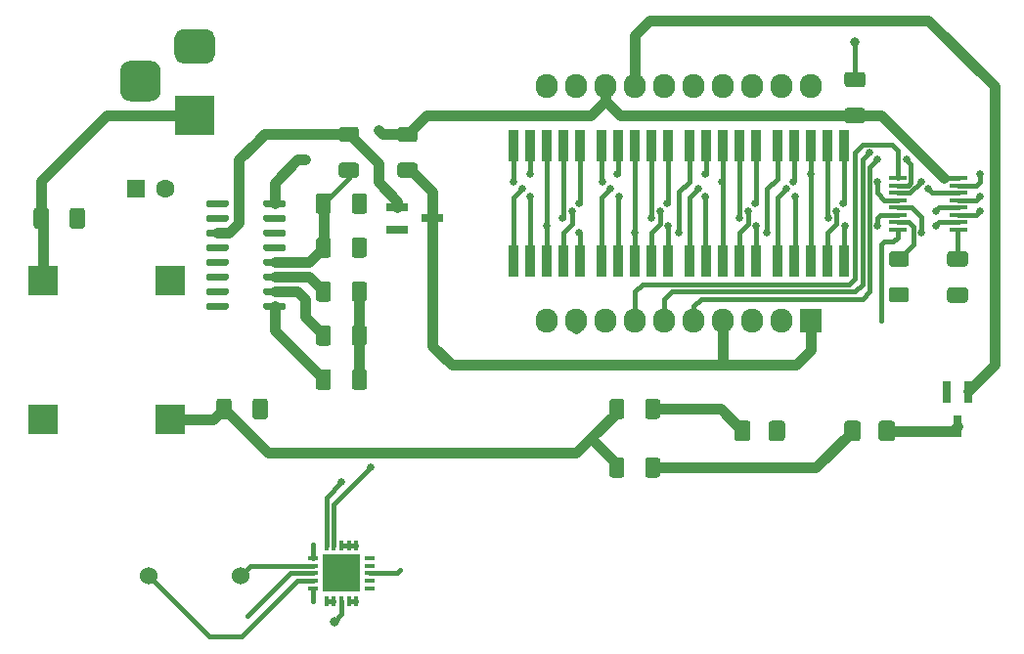
<source format=gbr>
%TF.GenerationSoftware,KiCad,Pcbnew,5.1.8+dfsg1-1+b1*%
%TF.CreationDate,2021-07-06T16:13:43-05:00*%
%TF.ProjectId,mqtt-thermocouple,6d717474-2d74-4686-9572-6d6f636f7570,A*%
%TF.SameCoordinates,Original*%
%TF.FileFunction,Copper,L1,Top*%
%TF.FilePolarity,Positive*%
%FSLAX46Y46*%
G04 Gerber Fmt 4.6, Leading zero omitted, Abs format (unit mm)*
G04 Created by KiCad (PCBNEW 5.1.8+dfsg1-1+b1) date 2021-07-06 16:13:43*
%MOMM*%
%LPD*%
G01*
G04 APERTURE LIST*
%TA.AperFunction,SMDPad,CuDef*%
%ADD10R,2.500000X2.500000*%
%TD*%
%TA.AperFunction,SMDPad,CuDef*%
%ADD11R,1.600000X0.410000*%
%TD*%
%TA.AperFunction,SMDPad,CuDef*%
%ADD12R,0.900000X2.800000*%
%TD*%
%TA.AperFunction,ComponentPad*%
%ADD13O,1.900000X2.100000*%
%TD*%
%TA.AperFunction,ComponentPad*%
%ADD14R,1.900000X2.100000*%
%TD*%
%TA.AperFunction,ComponentPad*%
%ADD15C,1.524000*%
%TD*%
%TA.AperFunction,ComponentPad*%
%ADD16C,0.500000*%
%TD*%
%TA.AperFunction,SMDPad,CuDef*%
%ADD17R,3.250000X3.250000*%
%TD*%
%TA.AperFunction,SMDPad,CuDef*%
%ADD18R,0.810000X0.320000*%
%TD*%
%TA.AperFunction,SMDPad,CuDef*%
%ADD19R,0.320000X0.810000*%
%TD*%
%TA.AperFunction,SMDPad,CuDef*%
%ADD20R,1.900000X0.800000*%
%TD*%
%TA.AperFunction,SMDPad,CuDef*%
%ADD21R,0.800000X1.900000*%
%TD*%
%TA.AperFunction,ComponentPad*%
%ADD22C,1.600000*%
%TD*%
%TA.AperFunction,ComponentPad*%
%ADD23R,1.600000X1.600000*%
%TD*%
%TA.AperFunction,ComponentPad*%
%ADD24R,3.500000X3.500000*%
%TD*%
%TA.AperFunction,ViaPad*%
%ADD25C,0.800000*%
%TD*%
%TA.AperFunction,ViaPad*%
%ADD26C,0.635000*%
%TD*%
%TA.AperFunction,Conductor*%
%ADD27C,0.889000*%
%TD*%
%TA.AperFunction,Conductor*%
%ADD28C,0.381000*%
%TD*%
G04 APERTURE END LIST*
D10*
%TO.P,PS1,4*%
%TO.N,N/C*%
X50380000Y-79660000D03*
%TO.P,PS1,3*%
%TO.N,+5V*%
X61380000Y-79660000D03*
%TO.P,PS1,2*%
%TO.N,GND*%
X61380000Y-67660000D03*
%TO.P,PS1,1*%
%TO.N,Net-(C1-Pad1)*%
X50380000Y-67660000D03*
%TD*%
D11*
%TO.P,U3,16*%
%TO.N,+3V3*%
X129654300Y-58737500D03*
%TO.P,U3,15*%
%TO.N,/display/~CS~*%
X129654300Y-59372500D03*
%TO.P,U3,14*%
%TO.N,/display/SEG4*%
X129654300Y-60007500D03*
%TO.P,U3,13*%
%TO.N,/display/SEG5*%
X129654300Y-60642500D03*
%TO.P,U3,12*%
%TO.N,/display/SEG6*%
X129654300Y-61277500D03*
%TO.P,U3,11*%
%TO.N,/display/SEG7*%
X129654300Y-61912500D03*
%TO.P,U3,10*%
%TO.N,/display/SEG8*%
X129654300Y-62547500D03*
%TO.P,U3,9*%
%TO.N,Net-(C7-Pad1)*%
X129654300Y-63182500D03*
%TO.P,U3,8*%
%TO.N,GND*%
X124345700Y-63182500D03*
%TO.P,U3,7*%
%TO.N,Net-(R3-Pad1)*%
X124345700Y-62547500D03*
%TO.P,U3,6*%
%TO.N,/display/SEG0*%
X124345700Y-61912500D03*
%TO.P,U3,5*%
%TO.N,/display/SEG1*%
X124345700Y-61277500D03*
%TO.P,U3,4*%
%TO.N,/display/SEG2*%
X124345700Y-60642500D03*
%TO.P,U3,3*%
%TO.N,/display/SEG3*%
X124345700Y-60007500D03*
%TO.P,U3,2*%
%TO.N,SCK*%
X124345700Y-59372500D03*
%TO.P,U3,1*%
%TO.N,MOSI*%
X124345700Y-58737500D03*
%TD*%
%TO.P,R3,2*%
%TO.N,GND*%
%TA.AperFunction,SMDPad,CuDef*%
G36*
G01*
X123835000Y-68210000D02*
X125085000Y-68210000D01*
G75*
G02*
X125335000Y-68460000I0J-250000D01*
G01*
X125335000Y-69260000D01*
G75*
G02*
X125085000Y-69510000I-250000J0D01*
G01*
X123835000Y-69510000D01*
G75*
G02*
X123585000Y-69260000I0J250000D01*
G01*
X123585000Y-68460000D01*
G75*
G02*
X123835000Y-68210000I250000J0D01*
G01*
G37*
%TD.AperFunction*%
%TO.P,R3,1*%
%TO.N,Net-(R3-Pad1)*%
%TA.AperFunction,SMDPad,CuDef*%
G36*
G01*
X123835000Y-65110000D02*
X125085000Y-65110000D01*
G75*
G02*
X125335000Y-65360000I0J-250000D01*
G01*
X125335000Y-66160000D01*
G75*
G02*
X125085000Y-66410000I-250000J0D01*
G01*
X123835000Y-66410000D01*
G75*
G02*
X123585000Y-66160000I0J250000D01*
G01*
X123585000Y-65360000D01*
G75*
G02*
X123835000Y-65110000I250000J0D01*
G01*
G37*
%TD.AperFunction*%
%TD*%
D12*
%TO.P,D6,10*%
%TO.N,/display/SEG1*%
X113960000Y-55960000D03*
%TO.P,D6,9*%
%TO.N,/display/SEG2*%
X115400000Y-55960000D03*
%TO.P,D6,8*%
%TO.N,/display/SEG3*%
X116840000Y-55960000D03*
%TO.P,D6,7*%
%TO.N,/display/SEG8*%
X118280000Y-55960000D03*
%TO.P,D6,6*%
%TO.N,/display/SEG7*%
X119720000Y-55960000D03*
%TO.P,D6,5*%
%TO.N,/display/SEG0*%
X119720000Y-65960000D03*
%TO.P,D6,4*%
%TO.N,/display/SEG6*%
X118280000Y-65960000D03*
%TO.P,D6,3*%
%TO.N,/display/SEG3*%
X116840000Y-65960000D03*
%TO.P,D6,2*%
%TO.N,/display/SEG5*%
X115400000Y-65960000D03*
%TO.P,D6,1*%
%TO.N,/display/SEG4*%
X113960000Y-65960000D03*
%TD*%
%TO.P,D5,10*%
%TO.N,/display/SEG1*%
X106340000Y-55960000D03*
%TO.P,D5,9*%
%TO.N,/display/SEG3*%
X107780000Y-55960000D03*
%TO.P,D5,8*%
%TO.N,/display/SEG2*%
X109220000Y-55960000D03*
%TO.P,D5,7*%
%TO.N,/display/SEG8*%
X110660000Y-55960000D03*
%TO.P,D5,6*%
%TO.N,/display/SEG7*%
X112100000Y-55960000D03*
%TO.P,D5,5*%
%TO.N,/display/SEG0*%
X112100000Y-65960000D03*
%TO.P,D5,4*%
%TO.N,/display/SEG6*%
X110660000Y-65960000D03*
%TO.P,D5,3*%
%TO.N,/display/SEG2*%
X109220000Y-65960000D03*
%TO.P,D5,2*%
%TO.N,/display/SEG5*%
X107780000Y-65960000D03*
%TO.P,D5,1*%
%TO.N,/display/SEG4*%
X106340000Y-65960000D03*
%TD*%
%TO.P,D4,10*%
%TO.N,/display/SEG2*%
X98720000Y-55960000D03*
%TO.P,D4,9*%
%TO.N,/display/SEG3*%
X100160000Y-55960000D03*
%TO.P,D4,8*%
%TO.N,/display/SEG1*%
X101600000Y-55960000D03*
%TO.P,D4,7*%
%TO.N,/display/SEG8*%
X103040000Y-55960000D03*
%TO.P,D4,6*%
%TO.N,/display/SEG7*%
X104480000Y-55960000D03*
%TO.P,D4,5*%
%TO.N,/display/SEG0*%
X104480000Y-65960000D03*
%TO.P,D4,4*%
%TO.N,/display/SEG6*%
X103040000Y-65960000D03*
%TO.P,D4,3*%
%TO.N,/display/SEG1*%
X101600000Y-65960000D03*
%TO.P,D4,2*%
%TO.N,/display/SEG5*%
X100160000Y-65960000D03*
%TO.P,D4,1*%
%TO.N,/display/SEG4*%
X98720000Y-65960000D03*
%TD*%
%TO.P,D3,10*%
%TO.N,/display/SEG2*%
X91100000Y-55960000D03*
%TO.P,D3,9*%
%TO.N,/display/SEG3*%
X92540000Y-55960000D03*
%TO.P,D3,8*%
%TO.N,/display/SEG0*%
X93980000Y-55960000D03*
%TO.P,D3,7*%
%TO.N,/display/SEG8*%
X95420000Y-55960000D03*
%TO.P,D3,6*%
%TO.N,/display/SEG7*%
X96860000Y-55960000D03*
%TO.P,D3,5*%
%TO.N,/display/SEG1*%
X96860000Y-65960000D03*
%TO.P,D3,4*%
%TO.N,/display/SEG6*%
X95420000Y-65960000D03*
%TO.P,D3,3*%
%TO.N,/display/SEG0*%
X93980000Y-65960000D03*
%TO.P,D3,2*%
%TO.N,/display/SEG5*%
X92540000Y-65960000D03*
%TO.P,D3,1*%
%TO.N,/display/SEG4*%
X91100000Y-65960000D03*
%TD*%
%TO.P,C7,2*%
%TO.N,GND*%
%TA.AperFunction,SMDPad,CuDef*%
G36*
G01*
X128889999Y-68210000D02*
X130190001Y-68210000D01*
G75*
G02*
X130440000Y-68459999I0J-249999D01*
G01*
X130440000Y-69285001D01*
G75*
G02*
X130190001Y-69535000I-249999J0D01*
G01*
X128889999Y-69535000D01*
G75*
G02*
X128640000Y-69285001I0J249999D01*
G01*
X128640000Y-68459999D01*
G75*
G02*
X128889999Y-68210000I249999J0D01*
G01*
G37*
%TD.AperFunction*%
%TO.P,C7,1*%
%TO.N,Net-(C7-Pad1)*%
%TA.AperFunction,SMDPad,CuDef*%
G36*
G01*
X128889999Y-65085000D02*
X130190001Y-65085000D01*
G75*
G02*
X130440000Y-65334999I0J-249999D01*
G01*
X130440000Y-66160001D01*
G75*
G02*
X130190001Y-66410000I-249999J0D01*
G01*
X128889999Y-66410000D01*
G75*
G02*
X128640000Y-66160001I0J249999D01*
G01*
X128640000Y-65334999D01*
G75*
G02*
X128889999Y-65085000I249999J0D01*
G01*
G37*
%TD.AperFunction*%
%TD*%
%TO.P,C6,2*%
%TO.N,GND*%
%TA.AperFunction,SMDPad,CuDef*%
G36*
G01*
X121300001Y-50877500D02*
X119999999Y-50877500D01*
G75*
G02*
X119750000Y-50627501I0J249999D01*
G01*
X119750000Y-49802499D01*
G75*
G02*
X119999999Y-49552500I249999J0D01*
G01*
X121300001Y-49552500D01*
G75*
G02*
X121550000Y-49802499I0J-249999D01*
G01*
X121550000Y-50627501D01*
G75*
G02*
X121300001Y-50877500I-249999J0D01*
G01*
G37*
%TD.AperFunction*%
%TO.P,C6,1*%
%TO.N,+3V3*%
%TA.AperFunction,SMDPad,CuDef*%
G36*
G01*
X121300001Y-54002500D02*
X119999999Y-54002500D01*
G75*
G02*
X119750000Y-53752501I0J249999D01*
G01*
X119750000Y-52927499D01*
G75*
G02*
X119999999Y-52677500I249999J0D01*
G01*
X121300001Y-52677500D01*
G75*
G02*
X121550000Y-52927499I0J-249999D01*
G01*
X121550000Y-53752501D01*
G75*
G02*
X121300001Y-54002500I-249999J0D01*
G01*
G37*
%TD.AperFunction*%
%TD*%
D13*
%TO.P,A1,11*%
%TO.N,GND*%
X93980000Y-50800000D03*
%TO.P,A1,10*%
X93980000Y-71120000D03*
%TO.P,A1,12*%
%TO.N,N/C*%
X96520000Y-50800000D03*
%TO.P,A1,9*%
X96520000Y-71120000D03*
%TO.P,A1,13*%
%TO.N,+3V3*%
X99060000Y-50800000D03*
%TO.P,A1,8*%
%TO.N,+5V*%
X99060000Y-71120000D03*
%TO.P,A1,14*%
%TO.N,Net-(A1-Pad14)*%
X101600000Y-50800000D03*
%TO.P,A1,7*%
%TO.N,MOSI*%
X101600000Y-71120000D03*
%TO.P,A1,15*%
%TO.N,N/C*%
X104140000Y-50800000D03*
%TO.P,A1,6*%
%TO.N,/display/~CS~*%
X104140000Y-71120000D03*
%TO.P,A1,16*%
%TO.N,N/C*%
X106680000Y-50800000D03*
%TO.P,A1,5*%
%TO.N,SCK*%
X106680000Y-71120000D03*
%TO.P,A1,17*%
%TO.N,SDA*%
X109220000Y-50800000D03*
%TO.P,A1,4*%
%TO.N,Net-(A1-Pad1)*%
X109220000Y-71120000D03*
%TO.P,A1,18*%
%TO.N,SCL*%
X111760000Y-50800000D03*
%TO.P,A1,3*%
%TO.N,N/C*%
X111760000Y-71120000D03*
%TO.P,A1,19*%
X114300000Y-50800000D03*
%TO.P,A1,2*%
X114300000Y-71120000D03*
%TO.P,A1,20*%
X116840000Y-50800000D03*
D14*
%TO.P,A1,1*%
%TO.N,Net-(A1-Pad1)*%
X116840000Y-71120000D03*
%TD*%
D15*
%TO.P,TC1,2*%
%TO.N,Net-(TC1-Pad2)*%
X59550300Y-93218000D03*
%TO.P,TC1,1*%
%TO.N,Net-(TC1-Pad1)*%
X67449700Y-93218000D03*
%TD*%
D16*
%TO.P,U1,30*%
%TO.N,Net-(U1-Pad21)*%
X77200000Y-93980000D03*
%TO.P,U1,29*%
X76200000Y-93980000D03*
%TO.P,U1,28*%
X75200000Y-93980000D03*
%TO.P,U1,27*%
X77200000Y-92980000D03*
%TO.P,U1,26*%
X76200000Y-92980000D03*
%TO.P,U1,24*%
X77200000Y-91980000D03*
%TO.P,U1,23*%
X76200000Y-91980000D03*
%TO.P,U1,22*%
X75200000Y-91980000D03*
%TO.P,U1,25*%
X75200000Y-92980000D03*
D17*
%TO.P,U1,21*%
X76200000Y-92980000D03*
D18*
%TO.P,U1,15*%
%TO.N,N/C*%
X78650000Y-91680000D03*
%TO.P,U1,14*%
X78650000Y-92330000D03*
%TO.P,U1,13*%
%TO.N,GND*%
X78650000Y-92980000D03*
%TO.P,U1,12*%
%TO.N,N/C*%
X78650000Y-93630000D03*
%TO.P,U1,11*%
X78650000Y-94280000D03*
%TO.P,U1,5*%
%TO.N,GND*%
X73750000Y-94280000D03*
%TO.P,U1,4*%
%TO.N,Net-(TC1-Pad2)*%
X73750000Y-93630000D03*
%TO.P,U1,3*%
%TO.N,GND*%
X73750000Y-92980000D03*
%TO.P,U1,2*%
%TO.N,Net-(TC1-Pad1)*%
X73750000Y-92330000D03*
%TO.P,U1,1*%
%TO.N,GND*%
X73750000Y-91680000D03*
D19*
%TO.P,U1,20*%
%TO.N,SDA*%
X74900000Y-90530000D03*
%TO.P,U1,19*%
%TO.N,SCL*%
X75550000Y-90530000D03*
%TO.P,U1,18*%
%TO.N,GND*%
X76200000Y-90530000D03*
%TO.P,U1,17*%
X76850000Y-90530000D03*
%TO.P,U1,16*%
X77500000Y-90530000D03*
%TO.P,U1,10*%
X77500000Y-95430000D03*
%TO.P,U1,9*%
X76850000Y-95430000D03*
%TO.P,U1,8*%
%TO.N,+3V3*%
X76200000Y-95430000D03*
%TO.P,U1,7*%
%TO.N,GND*%
X75550000Y-95430000D03*
%TO.P,U1,6*%
X74900000Y-95430000D03*
%TD*%
D20*
%TO.P,Q2,3*%
%TO.N,Net-(A1-Pad1)*%
X84050000Y-62230000D03*
%TO.P,Q2,2*%
%TO.N,GND*%
X81050000Y-63180000D03*
%TO.P,Q2,1*%
%TO.N,Net-(Q2-Pad1)*%
X81050000Y-61280000D03*
%TD*%
D21*
%TO.P,Q1,3*%
%TO.N,Net-(D2-Pad1)*%
X129540000Y-80240000D03*
%TO.P,Q1,2*%
%TO.N,GND*%
X128590000Y-77240000D03*
%TO.P,Q1,1*%
%TO.N,Net-(A1-Pad14)*%
X130490000Y-77240000D03*
%TD*%
%TO.P,R9,2*%
%TO.N,GND*%
%TA.AperFunction,SMDPad,CuDef*%
G36*
G01*
X77100000Y-65395001D02*
X77100000Y-64144999D01*
G75*
G02*
X77349999Y-63895000I249999J0D01*
G01*
X78150001Y-63895000D01*
G75*
G02*
X78400000Y-64144999I0J-249999D01*
G01*
X78400000Y-65395001D01*
G75*
G02*
X78150001Y-65645000I-249999J0D01*
G01*
X77349999Y-65645000D01*
G75*
G02*
X77100000Y-65395001I0J249999D01*
G01*
G37*
%TD.AperFunction*%
%TO.P,R9,1*%
%TO.N,Net-(C5-Pad1)*%
%TA.AperFunction,SMDPad,CuDef*%
G36*
G01*
X74000000Y-65395001D02*
X74000000Y-64144999D01*
G75*
G02*
X74249999Y-63895000I249999J0D01*
G01*
X75050001Y-63895000D01*
G75*
G02*
X75300000Y-64144999I0J-249999D01*
G01*
X75300000Y-65395001D01*
G75*
G02*
X75050001Y-65645000I-249999J0D01*
G01*
X74249999Y-65645000D01*
G75*
G02*
X74000000Y-65395001I0J249999D01*
G01*
G37*
%TD.AperFunction*%
%TD*%
%TO.P,R8,2*%
%TO.N,Net-(C5-Pad1)*%
%TA.AperFunction,SMDPad,CuDef*%
G36*
G01*
X76209999Y-57415000D02*
X77460001Y-57415000D01*
G75*
G02*
X77710000Y-57664999I0J-249999D01*
G01*
X77710000Y-58465001D01*
G75*
G02*
X77460001Y-58715000I-249999J0D01*
G01*
X76209999Y-58715000D01*
G75*
G02*
X75960000Y-58465001I0J249999D01*
G01*
X75960000Y-57664999D01*
G75*
G02*
X76209999Y-57415000I249999J0D01*
G01*
G37*
%TD.AperFunction*%
%TO.P,R8,1*%
%TO.N,Net-(Q2-Pad1)*%
%TA.AperFunction,SMDPad,CuDef*%
G36*
G01*
X76209999Y-54315000D02*
X77460001Y-54315000D01*
G75*
G02*
X77710000Y-54564999I0J-249999D01*
G01*
X77710000Y-55365001D01*
G75*
G02*
X77460001Y-55615000I-249999J0D01*
G01*
X76209999Y-55615000D01*
G75*
G02*
X75960000Y-55365001I0J249999D01*
G01*
X75960000Y-54564999D01*
G75*
G02*
X76209999Y-54315000I249999J0D01*
G01*
G37*
%TD.AperFunction*%
%TD*%
%TO.P,R7,2*%
%TO.N,Net-(A1-Pad1)*%
%TA.AperFunction,SMDPad,CuDef*%
G36*
G01*
X81289999Y-57415000D02*
X82540001Y-57415000D01*
G75*
G02*
X82790000Y-57664999I0J-249999D01*
G01*
X82790000Y-58465001D01*
G75*
G02*
X82540001Y-58715000I-249999J0D01*
G01*
X81289999Y-58715000D01*
G75*
G02*
X81040000Y-58465001I0J249999D01*
G01*
X81040000Y-57664999D01*
G75*
G02*
X81289999Y-57415000I249999J0D01*
G01*
G37*
%TD.AperFunction*%
%TO.P,R7,1*%
%TO.N,+3V3*%
%TA.AperFunction,SMDPad,CuDef*%
G36*
G01*
X81289999Y-54315000D02*
X82540001Y-54315000D01*
G75*
G02*
X82790000Y-54564999I0J-249999D01*
G01*
X82790000Y-55365001D01*
G75*
G02*
X82540001Y-55615000I-249999J0D01*
G01*
X81289999Y-55615000D01*
G75*
G02*
X81040000Y-55365001I0J249999D01*
G01*
X81040000Y-54564999D01*
G75*
G02*
X81289999Y-54315000I249999J0D01*
G01*
G37*
%TD.AperFunction*%
%TD*%
%TO.P,R6,2*%
%TO.N,Net-(R6-Pad2)*%
%TA.AperFunction,SMDPad,CuDef*%
G36*
G01*
X75300000Y-67954999D02*
X75300000Y-69205001D01*
G75*
G02*
X75050001Y-69455000I-249999J0D01*
G01*
X74249999Y-69455000D01*
G75*
G02*
X74000000Y-69205001I0J249999D01*
G01*
X74000000Y-67954999D01*
G75*
G02*
X74249999Y-67705000I249999J0D01*
G01*
X75050001Y-67705000D01*
G75*
G02*
X75300000Y-67954999I0J-249999D01*
G01*
G37*
%TD.AperFunction*%
%TO.P,R6,1*%
%TO.N,Net-(C4-Pad2)*%
%TA.AperFunction,SMDPad,CuDef*%
G36*
G01*
X78400000Y-67954999D02*
X78400000Y-69205001D01*
G75*
G02*
X78150001Y-69455000I-249999J0D01*
G01*
X77349999Y-69455000D01*
G75*
G02*
X77100000Y-69205001I0J249999D01*
G01*
X77100000Y-67954999D01*
G75*
G02*
X77349999Y-67705000I249999J0D01*
G01*
X78150001Y-67705000D01*
G75*
G02*
X78400000Y-67954999I0J-249999D01*
G01*
G37*
%TD.AperFunction*%
%TD*%
%TO.P,R5,2*%
%TO.N,Net-(R5-Pad2)*%
%TA.AperFunction,SMDPad,CuDef*%
G36*
G01*
X75300000Y-71764999D02*
X75300000Y-73015001D01*
G75*
G02*
X75050001Y-73265000I-249999J0D01*
G01*
X74249999Y-73265000D01*
G75*
G02*
X74000000Y-73015001I0J249999D01*
G01*
X74000000Y-71764999D01*
G75*
G02*
X74249999Y-71515000I249999J0D01*
G01*
X75050001Y-71515000D01*
G75*
G02*
X75300000Y-71764999I0J-249999D01*
G01*
G37*
%TD.AperFunction*%
%TO.P,R5,1*%
%TO.N,Net-(C4-Pad2)*%
%TA.AperFunction,SMDPad,CuDef*%
G36*
G01*
X78400000Y-71764999D02*
X78400000Y-73015001D01*
G75*
G02*
X78150001Y-73265000I-249999J0D01*
G01*
X77349999Y-73265000D01*
G75*
G02*
X77100000Y-73015001I0J249999D01*
G01*
X77100000Y-71764999D01*
G75*
G02*
X77349999Y-71515000I249999J0D01*
G01*
X78150001Y-71515000D01*
G75*
G02*
X78400000Y-71764999I0J-249999D01*
G01*
G37*
%TD.AperFunction*%
%TD*%
%TO.P,C5,2*%
%TO.N,GND*%
%TA.AperFunction,SMDPad,CuDef*%
G36*
G01*
X77100000Y-61610002D02*
X77100000Y-60309998D01*
G75*
G02*
X77349998Y-60060000I249998J0D01*
G01*
X78175002Y-60060000D01*
G75*
G02*
X78425000Y-60309998I0J-249998D01*
G01*
X78425000Y-61610002D01*
G75*
G02*
X78175002Y-61860000I-249998J0D01*
G01*
X77349998Y-61860000D01*
G75*
G02*
X77100000Y-61610002I0J249998D01*
G01*
G37*
%TD.AperFunction*%
%TO.P,C5,1*%
%TO.N,Net-(C5-Pad1)*%
%TA.AperFunction,SMDPad,CuDef*%
G36*
G01*
X73975000Y-61610002D02*
X73975000Y-60309998D01*
G75*
G02*
X74224998Y-60060000I249998J0D01*
G01*
X75050002Y-60060000D01*
G75*
G02*
X75300000Y-60309998I0J-249998D01*
G01*
X75300000Y-61610002D01*
G75*
G02*
X75050002Y-61860000I-249998J0D01*
G01*
X74224998Y-61860000D01*
G75*
G02*
X73975000Y-61610002I0J249998D01*
G01*
G37*
%TD.AperFunction*%
%TD*%
%TO.P,C4,2*%
%TO.N,Net-(C4-Pad2)*%
%TA.AperFunction,SMDPad,CuDef*%
G36*
G01*
X77100000Y-76850002D02*
X77100000Y-75549998D01*
G75*
G02*
X77349998Y-75300000I249998J0D01*
G01*
X78175002Y-75300000D01*
G75*
G02*
X78425000Y-75549998I0J-249998D01*
G01*
X78425000Y-76850002D01*
G75*
G02*
X78175002Y-77100000I-249998J0D01*
G01*
X77349998Y-77100000D01*
G75*
G02*
X77100000Y-76850002I0J249998D01*
G01*
G37*
%TD.AperFunction*%
%TO.P,C4,1*%
%TO.N,Net-(C4-Pad1)*%
%TA.AperFunction,SMDPad,CuDef*%
G36*
G01*
X73975000Y-76850002D02*
X73975000Y-75549998D01*
G75*
G02*
X74224998Y-75300000I249998J0D01*
G01*
X75050002Y-75300000D01*
G75*
G02*
X75300000Y-75549998I0J-249998D01*
G01*
X75300000Y-76850002D01*
G75*
G02*
X75050002Y-77100000I-249998J0D01*
G01*
X74224998Y-77100000D01*
G75*
G02*
X73975000Y-76850002I0J249998D01*
G01*
G37*
%TD.AperFunction*%
%TD*%
%TO.P,U2,16*%
%TO.N,+3V3*%
%TA.AperFunction,SMDPad,CuDef*%
G36*
G01*
X69445000Y-61110000D02*
X69445000Y-60810000D01*
G75*
G02*
X69595000Y-60660000I150000J0D01*
G01*
X71245000Y-60660000D01*
G75*
G02*
X71395000Y-60810000I0J-150000D01*
G01*
X71395000Y-61110000D01*
G75*
G02*
X71245000Y-61260000I-150000J0D01*
G01*
X69595000Y-61260000D01*
G75*
G02*
X69445000Y-61110000I0J150000D01*
G01*
G37*
%TD.AperFunction*%
%TO.P,U2,15*%
%TO.N,N/C*%
%TA.AperFunction,SMDPad,CuDef*%
G36*
G01*
X69445000Y-62380000D02*
X69445000Y-62080000D01*
G75*
G02*
X69595000Y-61930000I150000J0D01*
G01*
X71245000Y-61930000D01*
G75*
G02*
X71395000Y-62080000I0J-150000D01*
G01*
X71395000Y-62380000D01*
G75*
G02*
X71245000Y-62530000I-150000J0D01*
G01*
X69595000Y-62530000D01*
G75*
G02*
X69445000Y-62380000I0J150000D01*
G01*
G37*
%TD.AperFunction*%
%TO.P,U2,14*%
%TA.AperFunction,SMDPad,CuDef*%
G36*
G01*
X69445000Y-63650000D02*
X69445000Y-63350000D01*
G75*
G02*
X69595000Y-63200000I150000J0D01*
G01*
X71245000Y-63200000D01*
G75*
G02*
X71395000Y-63350000I0J-150000D01*
G01*
X71395000Y-63650000D01*
G75*
G02*
X71245000Y-63800000I-150000J0D01*
G01*
X69595000Y-63800000D01*
G75*
G02*
X69445000Y-63650000I0J150000D01*
G01*
G37*
%TD.AperFunction*%
%TO.P,U2,13*%
%TA.AperFunction,SMDPad,CuDef*%
G36*
G01*
X69445000Y-64920000D02*
X69445000Y-64620000D01*
G75*
G02*
X69595000Y-64470000I150000J0D01*
G01*
X71245000Y-64470000D01*
G75*
G02*
X71395000Y-64620000I0J-150000D01*
G01*
X71395000Y-64920000D01*
G75*
G02*
X71245000Y-65070000I-150000J0D01*
G01*
X69595000Y-65070000D01*
G75*
G02*
X69445000Y-64920000I0J150000D01*
G01*
G37*
%TD.AperFunction*%
%TO.P,U2,12*%
%TO.N,Net-(C5-Pad1)*%
%TA.AperFunction,SMDPad,CuDef*%
G36*
G01*
X69445000Y-66190000D02*
X69445000Y-65890000D01*
G75*
G02*
X69595000Y-65740000I150000J0D01*
G01*
X71245000Y-65740000D01*
G75*
G02*
X71395000Y-65890000I0J-150000D01*
G01*
X71395000Y-66190000D01*
G75*
G02*
X71245000Y-66340000I-150000J0D01*
G01*
X69595000Y-66340000D01*
G75*
G02*
X69445000Y-66190000I0J150000D01*
G01*
G37*
%TD.AperFunction*%
%TO.P,U2,11*%
%TO.N,Net-(R6-Pad2)*%
%TA.AperFunction,SMDPad,CuDef*%
G36*
G01*
X69445000Y-67460000D02*
X69445000Y-67160000D01*
G75*
G02*
X69595000Y-67010000I150000J0D01*
G01*
X71245000Y-67010000D01*
G75*
G02*
X71395000Y-67160000I0J-150000D01*
G01*
X71395000Y-67460000D01*
G75*
G02*
X71245000Y-67610000I-150000J0D01*
G01*
X69595000Y-67610000D01*
G75*
G02*
X69445000Y-67460000I0J150000D01*
G01*
G37*
%TD.AperFunction*%
%TO.P,U2,10*%
%TO.N,Net-(R5-Pad2)*%
%TA.AperFunction,SMDPad,CuDef*%
G36*
G01*
X69445000Y-68730000D02*
X69445000Y-68430000D01*
G75*
G02*
X69595000Y-68280000I150000J0D01*
G01*
X71245000Y-68280000D01*
G75*
G02*
X71395000Y-68430000I0J-150000D01*
G01*
X71395000Y-68730000D01*
G75*
G02*
X71245000Y-68880000I-150000J0D01*
G01*
X69595000Y-68880000D01*
G75*
G02*
X69445000Y-68730000I0J150000D01*
G01*
G37*
%TD.AperFunction*%
%TO.P,U2,9*%
%TO.N,Net-(C4-Pad1)*%
%TA.AperFunction,SMDPad,CuDef*%
G36*
G01*
X69445000Y-70000000D02*
X69445000Y-69700000D01*
G75*
G02*
X69595000Y-69550000I150000J0D01*
G01*
X71245000Y-69550000D01*
G75*
G02*
X71395000Y-69700000I0J-150000D01*
G01*
X71395000Y-70000000D01*
G75*
G02*
X71245000Y-70150000I-150000J0D01*
G01*
X69595000Y-70150000D01*
G75*
G02*
X69445000Y-70000000I0J150000D01*
G01*
G37*
%TD.AperFunction*%
%TO.P,U2,8*%
%TO.N,GND*%
%TA.AperFunction,SMDPad,CuDef*%
G36*
G01*
X64495000Y-70000000D02*
X64495000Y-69700000D01*
G75*
G02*
X64645000Y-69550000I150000J0D01*
G01*
X66295000Y-69550000D01*
G75*
G02*
X66445000Y-69700000I0J-150000D01*
G01*
X66445000Y-70000000D01*
G75*
G02*
X66295000Y-70150000I-150000J0D01*
G01*
X64645000Y-70150000D01*
G75*
G02*
X64495000Y-70000000I0J150000D01*
G01*
G37*
%TD.AperFunction*%
%TO.P,U2,7*%
%TO.N,N/C*%
%TA.AperFunction,SMDPad,CuDef*%
G36*
G01*
X64495000Y-68730000D02*
X64495000Y-68430000D01*
G75*
G02*
X64645000Y-68280000I150000J0D01*
G01*
X66295000Y-68280000D01*
G75*
G02*
X66445000Y-68430000I0J-150000D01*
G01*
X66445000Y-68730000D01*
G75*
G02*
X66295000Y-68880000I-150000J0D01*
G01*
X64645000Y-68880000D01*
G75*
G02*
X64495000Y-68730000I0J150000D01*
G01*
G37*
%TD.AperFunction*%
%TO.P,U2,6*%
%TA.AperFunction,SMDPad,CuDef*%
G36*
G01*
X64495000Y-67460000D02*
X64495000Y-67160000D01*
G75*
G02*
X64645000Y-67010000I150000J0D01*
G01*
X66295000Y-67010000D01*
G75*
G02*
X66445000Y-67160000I0J-150000D01*
G01*
X66445000Y-67460000D01*
G75*
G02*
X66295000Y-67610000I-150000J0D01*
G01*
X64645000Y-67610000D01*
G75*
G02*
X64495000Y-67460000I0J150000D01*
G01*
G37*
%TD.AperFunction*%
%TO.P,U2,5*%
%TA.AperFunction,SMDPad,CuDef*%
G36*
G01*
X64495000Y-66190000D02*
X64495000Y-65890000D01*
G75*
G02*
X64645000Y-65740000I150000J0D01*
G01*
X66295000Y-65740000D01*
G75*
G02*
X66445000Y-65890000I0J-150000D01*
G01*
X66445000Y-66190000D01*
G75*
G02*
X66295000Y-66340000I-150000J0D01*
G01*
X64645000Y-66340000D01*
G75*
G02*
X64495000Y-66190000I0J150000D01*
G01*
G37*
%TD.AperFunction*%
%TO.P,U2,4*%
%TA.AperFunction,SMDPad,CuDef*%
G36*
G01*
X64495000Y-64920000D02*
X64495000Y-64620000D01*
G75*
G02*
X64645000Y-64470000I150000J0D01*
G01*
X66295000Y-64470000D01*
G75*
G02*
X66445000Y-64620000I0J-150000D01*
G01*
X66445000Y-64920000D01*
G75*
G02*
X66295000Y-65070000I-150000J0D01*
G01*
X64645000Y-65070000D01*
G75*
G02*
X64495000Y-64920000I0J150000D01*
G01*
G37*
%TD.AperFunction*%
%TO.P,U2,3*%
%TO.N,Net-(Q2-Pad1)*%
%TA.AperFunction,SMDPad,CuDef*%
G36*
G01*
X64495000Y-63650000D02*
X64495000Y-63350000D01*
G75*
G02*
X64645000Y-63200000I150000J0D01*
G01*
X66295000Y-63200000D01*
G75*
G02*
X66445000Y-63350000I0J-150000D01*
G01*
X66445000Y-63650000D01*
G75*
G02*
X66295000Y-63800000I-150000J0D01*
G01*
X64645000Y-63800000D01*
G75*
G02*
X64495000Y-63650000I0J150000D01*
G01*
G37*
%TD.AperFunction*%
%TO.P,U2,2*%
%TO.N,N/C*%
%TA.AperFunction,SMDPad,CuDef*%
G36*
G01*
X64495000Y-62380000D02*
X64495000Y-62080000D01*
G75*
G02*
X64645000Y-61930000I150000J0D01*
G01*
X66295000Y-61930000D01*
G75*
G02*
X66445000Y-62080000I0J-150000D01*
G01*
X66445000Y-62380000D01*
G75*
G02*
X66295000Y-62530000I-150000J0D01*
G01*
X64645000Y-62530000D01*
G75*
G02*
X64495000Y-62380000I0J150000D01*
G01*
G37*
%TD.AperFunction*%
%TO.P,U2,1*%
%TA.AperFunction,SMDPad,CuDef*%
G36*
G01*
X64495000Y-61110000D02*
X64495000Y-60810000D01*
G75*
G02*
X64645000Y-60660000I150000J0D01*
G01*
X66295000Y-60660000D01*
G75*
G02*
X66445000Y-60810000I0J-150000D01*
G01*
X66445000Y-61110000D01*
G75*
G02*
X66295000Y-61260000I-150000J0D01*
G01*
X64645000Y-61260000D01*
G75*
G02*
X64495000Y-61110000I0J150000D01*
G01*
G37*
%TD.AperFunction*%
%TD*%
D22*
%TO.P,C1,2*%
%TO.N,GND*%
X60920000Y-59690000D03*
D23*
%TO.P,C1,1*%
%TO.N,Net-(C1-Pad1)*%
X58420000Y-59690000D03*
%TD*%
%TO.P,C3,2*%
%TO.N,GND*%
%TA.AperFunction,SMDPad,CuDef*%
G36*
G01*
X68502500Y-79390003D02*
X68502500Y-78089997D01*
G75*
G02*
X68752497Y-77840000I249997J0D01*
G01*
X69577503Y-77840000D01*
G75*
G02*
X69827500Y-78089997I0J-249997D01*
G01*
X69827500Y-79390003D01*
G75*
G02*
X69577503Y-79640000I-249997J0D01*
G01*
X68752497Y-79640000D01*
G75*
G02*
X68502500Y-79390003I0J249997D01*
G01*
G37*
%TD.AperFunction*%
%TO.P,C3,1*%
%TO.N,+5V*%
%TA.AperFunction,SMDPad,CuDef*%
G36*
G01*
X65377500Y-79390003D02*
X65377500Y-78089997D01*
G75*
G02*
X65627497Y-77840000I249997J0D01*
G01*
X66452503Y-77840000D01*
G75*
G02*
X66702500Y-78089997I0J-249997D01*
G01*
X66702500Y-79390003D01*
G75*
G02*
X66452503Y-79640000I-249997J0D01*
G01*
X65627497Y-79640000D01*
G75*
G02*
X65377500Y-79390003I0J249997D01*
G01*
G37*
%TD.AperFunction*%
%TD*%
%TO.P,C2,2*%
%TO.N,GND*%
%TA.AperFunction,SMDPad,CuDef*%
G36*
G01*
X52677500Y-62880003D02*
X52677500Y-61579997D01*
G75*
G02*
X52927497Y-61330000I249997J0D01*
G01*
X53752503Y-61330000D01*
G75*
G02*
X54002500Y-61579997I0J-249997D01*
G01*
X54002500Y-62880003D01*
G75*
G02*
X53752503Y-63130000I-249997J0D01*
G01*
X52927497Y-63130000D01*
G75*
G02*
X52677500Y-62880003I0J249997D01*
G01*
G37*
%TD.AperFunction*%
%TO.P,C2,1*%
%TO.N,Net-(C1-Pad1)*%
%TA.AperFunction,SMDPad,CuDef*%
G36*
G01*
X49552500Y-62880003D02*
X49552500Y-61579997D01*
G75*
G02*
X49802497Y-61330000I249997J0D01*
G01*
X50627503Y-61330000D01*
G75*
G02*
X50877500Y-61579997I0J-249997D01*
G01*
X50877500Y-62880003D01*
G75*
G02*
X50627503Y-63130000I-249997J0D01*
G01*
X49802497Y-63130000D01*
G75*
G02*
X49552500Y-62880003I0J249997D01*
G01*
G37*
%TD.AperFunction*%
%TD*%
%TO.P,R2,2*%
%TO.N,Net-(D2-Pad2)*%
%TA.AperFunction,SMDPad,CuDef*%
G36*
G01*
X102500000Y-84445001D02*
X102500000Y-83194999D01*
G75*
G02*
X102749999Y-82945000I249999J0D01*
G01*
X103550001Y-82945000D01*
G75*
G02*
X103800000Y-83194999I0J-249999D01*
G01*
X103800000Y-84445001D01*
G75*
G02*
X103550001Y-84695000I-249999J0D01*
G01*
X102749999Y-84695000D01*
G75*
G02*
X102500000Y-84445001I0J249999D01*
G01*
G37*
%TD.AperFunction*%
%TO.P,R2,1*%
%TO.N,+5V*%
%TA.AperFunction,SMDPad,CuDef*%
G36*
G01*
X99400000Y-84445001D02*
X99400000Y-83194999D01*
G75*
G02*
X99649999Y-82945000I249999J0D01*
G01*
X100450001Y-82945000D01*
G75*
G02*
X100700000Y-83194999I0J-249999D01*
G01*
X100700000Y-84445001D01*
G75*
G02*
X100450001Y-84695000I-249999J0D01*
G01*
X99649999Y-84695000D01*
G75*
G02*
X99400000Y-84445001I0J249999D01*
G01*
G37*
%TD.AperFunction*%
%TD*%
%TO.P,R1,2*%
%TO.N,Net-(D1-Pad2)*%
%TA.AperFunction,SMDPad,CuDef*%
G36*
G01*
X102500000Y-79365001D02*
X102500000Y-78114999D01*
G75*
G02*
X102749999Y-77865000I249999J0D01*
G01*
X103550001Y-77865000D01*
G75*
G02*
X103800000Y-78114999I0J-249999D01*
G01*
X103800000Y-79365001D01*
G75*
G02*
X103550001Y-79615000I-249999J0D01*
G01*
X102749999Y-79615000D01*
G75*
G02*
X102500000Y-79365001I0J249999D01*
G01*
G37*
%TD.AperFunction*%
%TO.P,R1,1*%
%TO.N,+5V*%
%TA.AperFunction,SMDPad,CuDef*%
G36*
G01*
X99400000Y-79365001D02*
X99400000Y-78114999D01*
G75*
G02*
X99649999Y-77865000I249999J0D01*
G01*
X100450001Y-77865000D01*
G75*
G02*
X100700000Y-78114999I0J-249999D01*
G01*
X100700000Y-79365001D01*
G75*
G02*
X100450001Y-79615000I-249999J0D01*
G01*
X99649999Y-79615000D01*
G75*
G02*
X99400000Y-79365001I0J249999D01*
G01*
G37*
%TD.AperFunction*%
%TD*%
%TO.P,D2,2*%
%TO.N,Net-(D2-Pad2)*%
%TA.AperFunction,SMDPad,CuDef*%
G36*
G01*
X121145000Y-80020000D02*
X121145000Y-81270000D01*
G75*
G02*
X120895000Y-81520000I-250000J0D01*
G01*
X119970000Y-81520000D01*
G75*
G02*
X119720000Y-81270000I0J250000D01*
G01*
X119720000Y-80020000D01*
G75*
G02*
X119970000Y-79770000I250000J0D01*
G01*
X120895000Y-79770000D01*
G75*
G02*
X121145000Y-80020000I0J-250000D01*
G01*
G37*
%TD.AperFunction*%
%TO.P,D2,1*%
%TO.N,Net-(D2-Pad1)*%
%TA.AperFunction,SMDPad,CuDef*%
G36*
G01*
X124120000Y-80020000D02*
X124120000Y-81270000D01*
G75*
G02*
X123870000Y-81520000I-250000J0D01*
G01*
X122945000Y-81520000D01*
G75*
G02*
X122695000Y-81270000I0J250000D01*
G01*
X122695000Y-80020000D01*
G75*
G02*
X122945000Y-79770000I250000J0D01*
G01*
X123870000Y-79770000D01*
G75*
G02*
X124120000Y-80020000I0J-250000D01*
G01*
G37*
%TD.AperFunction*%
%TD*%
%TO.P,D1,2*%
%TO.N,Net-(D1-Pad2)*%
%TA.AperFunction,SMDPad,CuDef*%
G36*
G01*
X111620000Y-80020000D02*
X111620000Y-81270000D01*
G75*
G02*
X111370000Y-81520000I-250000J0D01*
G01*
X110445000Y-81520000D01*
G75*
G02*
X110195000Y-81270000I0J250000D01*
G01*
X110195000Y-80020000D01*
G75*
G02*
X110445000Y-79770000I250000J0D01*
G01*
X111370000Y-79770000D01*
G75*
G02*
X111620000Y-80020000I0J-250000D01*
G01*
G37*
%TD.AperFunction*%
%TO.P,D1,1*%
%TO.N,GND*%
%TA.AperFunction,SMDPad,CuDef*%
G36*
G01*
X114595000Y-80020000D02*
X114595000Y-81270000D01*
G75*
G02*
X114345000Y-81520000I-250000J0D01*
G01*
X113420000Y-81520000D01*
G75*
G02*
X113170000Y-81270000I0J250000D01*
G01*
X113170000Y-80020000D01*
G75*
G02*
X113420000Y-79770000I250000J0D01*
G01*
X114345000Y-79770000D01*
G75*
G02*
X114595000Y-80020000I0J-250000D01*
G01*
G37*
%TD.AperFunction*%
%TD*%
%TO.P,J1,3*%
%TO.N,N/C*%
%TA.AperFunction,ComponentPad*%
G36*
G01*
X57925000Y-48590000D02*
X59675000Y-48590000D01*
G75*
G02*
X60550000Y-49465000I0J-875000D01*
G01*
X60550000Y-51215000D01*
G75*
G02*
X59675000Y-52090000I-875000J0D01*
G01*
X57925000Y-52090000D01*
G75*
G02*
X57050000Y-51215000I0J875000D01*
G01*
X57050000Y-49465000D01*
G75*
G02*
X57925000Y-48590000I875000J0D01*
G01*
G37*
%TD.AperFunction*%
%TO.P,J1,2*%
%TO.N,GND*%
%TA.AperFunction,ComponentPad*%
G36*
G01*
X62500000Y-45840000D02*
X64500000Y-45840000D01*
G75*
G02*
X65250000Y-46590000I0J-750000D01*
G01*
X65250000Y-48090000D01*
G75*
G02*
X64500000Y-48840000I-750000J0D01*
G01*
X62500000Y-48840000D01*
G75*
G02*
X61750000Y-48090000I0J750000D01*
G01*
X61750000Y-46590000D01*
G75*
G02*
X62500000Y-45840000I750000J0D01*
G01*
G37*
%TD.AperFunction*%
D24*
%TO.P,J1,1*%
%TO.N,Net-(C1-Pad1)*%
X63500000Y-53340000D03*
%TD*%
D25*
%TO.N,GND*%
X120650000Y-46990000D03*
%TO.N,+5V*%
X97790000Y-81280000D03*
%TO.N,+3V3*%
X75565000Y-97155000D03*
X73025000Y-57150000D03*
X79375000Y-54610000D03*
D26*
%TO.N,SDA*%
X76200000Y-85090000D03*
%TO.N,SCL*%
X78740000Y-83820000D03*
%TO.N,/display/SEG2*%
X91059000Y-59055000D03*
X115316000Y-59055000D03*
X109093000Y-59055000D03*
X98806000Y-59055000D03*
X122555000Y-59055000D03*
%TO.N,/display/SEG3*%
X92499000Y-58377000D03*
X100076000Y-58420000D03*
X107696000Y-58420000D03*
X116840000Y-58420000D03*
X126365000Y-59055000D03*
%TO.N,/display/SEG0*%
X93929200Y-62865000D03*
X119761000Y-62865000D03*
X104444800Y-62865000D03*
X112115600Y-62865000D03*
X122555000Y-62865000D03*
%TO.N,/display/SEG8*%
X95351600Y-62230000D03*
X102997000Y-62230000D03*
X110617000Y-62230000D03*
X118364000Y-62230000D03*
X127635000Y-62865000D03*
%TO.N,/display/SEG7*%
X112014000Y-60960000D03*
X119634000Y-60960000D03*
X96799400Y-60960000D03*
X104394000Y-60960000D03*
X131445000Y-61595000D03*
%TO.N,/display/SEG1*%
X105410000Y-63500000D03*
X96799400Y-63500000D03*
X113030000Y-63500000D03*
X101600000Y-63500000D03*
X126365000Y-63500000D03*
%TO.N,/display/SEG6*%
X96139000Y-61595000D03*
X111379000Y-61595000D03*
X103759000Y-61595000D03*
X118999000Y-61595000D03*
X127635000Y-61595000D03*
%TO.N,/display/SEG5*%
X115443000Y-60325000D03*
X92506800Y-60325000D03*
X100203000Y-60325000D03*
X107696000Y-60325000D03*
X131445000Y-60325000D03*
%TO.N,/display/SEG4*%
X114681000Y-59690000D03*
X107061000Y-59690000D03*
X99441000Y-59690000D03*
X91821000Y-59690000D03*
X127000000Y-59690000D03*
%TO.N,/display/~CS~*%
X121920000Y-56515000D03*
X131445000Y-58420000D03*
%TO.N,SCK*%
X122555000Y-57150000D03*
X125095000Y-57150000D03*
%TD*%
D27*
%TO.N,*%
X114300000Y-50800000D02*
X114300000Y-50165000D01*
X106680000Y-50800000D02*
X106680000Y-50165000D01*
X96520000Y-71120000D02*
X96520000Y-71755000D01*
%TO.N,Net-(A1-Pad1)*%
X116840000Y-71120000D02*
X116840000Y-73660000D01*
X116840000Y-73660000D02*
X115570000Y-74930000D01*
X109220000Y-71120000D02*
X109220000Y-74930000D01*
X115570000Y-74930000D02*
X109220000Y-74930000D01*
X81915000Y-58065000D02*
X82195000Y-58065000D01*
X84050000Y-59920000D02*
X84050000Y-62230000D01*
X82195000Y-58065000D02*
X84050000Y-59920000D01*
X84050000Y-62230000D02*
X84050000Y-73255000D01*
X85725000Y-74930000D02*
X109220000Y-74930000D01*
X84050000Y-73255000D02*
X85725000Y-74930000D01*
D28*
%TO.N,GND*%
X78650000Y-92980000D02*
X81010000Y-92980000D01*
X81010000Y-92980000D02*
X81280000Y-92710000D01*
X74900000Y-95430000D02*
X75550000Y-95430000D01*
X76850000Y-95430000D02*
X77500000Y-95430000D01*
X76200000Y-90530000D02*
X77500000Y-90530000D01*
X120650000Y-50215000D02*
X120650000Y-46990000D01*
X73676000Y-92980000D02*
X73660000Y-92964000D01*
X73750000Y-92980000D02*
X73676000Y-92980000D01*
X73660000Y-92964000D02*
X71755000Y-92964000D01*
X71755000Y-92964000D02*
X68072000Y-96647000D01*
X124345700Y-63182500D02*
X124345700Y-63868300D01*
X124345700Y-63868300D02*
X123952000Y-64262000D01*
X123952000Y-64262000D02*
X123190000Y-64262000D01*
X123190000Y-64262000D02*
X122936000Y-64516000D01*
X122936000Y-64516000D02*
X122936000Y-71120000D01*
X73750000Y-91680000D02*
X73750000Y-90514000D01*
X73750000Y-94280000D02*
X73750000Y-95414000D01*
D27*
%TO.N,+5V*%
X65120000Y-79660000D02*
X66040000Y-78740000D01*
X61380000Y-79660000D02*
X65120000Y-79660000D01*
X69850000Y-82550000D02*
X90805000Y-82550000D01*
X66040000Y-78740000D02*
X69850000Y-82550000D01*
X100050000Y-78740000D02*
X100050000Y-79020000D01*
X100050000Y-79020000D02*
X97790000Y-81280000D01*
X100050000Y-83540000D02*
X100050000Y-83820000D01*
X97790000Y-81280000D02*
X100050000Y-83540000D01*
X96520000Y-82550000D02*
X97790000Y-81280000D01*
X90805000Y-82550000D02*
X96520000Y-82550000D01*
%TO.N,Net-(D1-Pad2)*%
X109002500Y-78740000D02*
X110907500Y-80645000D01*
X103150000Y-78740000D02*
X109002500Y-78740000D01*
%TO.N,Net-(D2-Pad2)*%
X117257500Y-83820000D02*
X120432500Y-80645000D01*
X103150000Y-83820000D02*
X117257500Y-83820000D01*
%TO.N,Net-(D2-Pad1)*%
X129135000Y-80645000D02*
X129540000Y-80240000D01*
X123407500Y-80645000D02*
X129135000Y-80645000D01*
%TO.N,+3V3*%
X100330000Y-53340000D02*
X122963300Y-53340000D01*
X99060000Y-52070000D02*
X100330000Y-53340000D01*
X122963300Y-53340000D02*
X126773300Y-57150000D01*
X99060000Y-50800000D02*
X99060000Y-52070000D01*
X128360800Y-58737500D02*
X126773300Y-57150000D01*
D28*
X129654300Y-58737500D02*
X128360800Y-58737500D01*
D27*
X99060000Y-52070000D02*
X97790000Y-53340000D01*
X97790000Y-53340000D02*
X88900000Y-53340000D01*
X87630000Y-53340000D02*
X86360000Y-53340000D01*
D28*
X76200000Y-95430000D02*
X76200000Y-96520000D01*
X75565000Y-97155000D02*
X76200000Y-96520000D01*
D27*
X88900000Y-53340000D02*
X87630000Y-53340000D01*
X83540000Y-53340000D02*
X81915000Y-54965000D01*
X86360000Y-53340000D02*
X83540000Y-53340000D01*
X73025000Y-57150000D02*
X72390000Y-57150000D01*
X70420000Y-59120000D02*
X70420000Y-60960000D01*
X72390000Y-57150000D02*
X70420000Y-59120000D01*
X79730000Y-54965000D02*
X79375000Y-54610000D01*
X81915000Y-54965000D02*
X79730000Y-54965000D01*
%TO.N,Net-(C1-Pad1)*%
X50380000Y-62395000D02*
X50215000Y-62230000D01*
X50380000Y-67660000D02*
X50380000Y-62395000D01*
X50215000Y-62230000D02*
X50215000Y-59005000D01*
X55880000Y-53340000D02*
X63500000Y-53340000D01*
X50215000Y-59005000D02*
X55880000Y-53340000D01*
%TO.N,Net-(C5-Pad1)*%
X74637500Y-64757500D02*
X74650000Y-64770000D01*
X74637500Y-60960000D02*
X74637500Y-64757500D01*
X73380000Y-66040000D02*
X74650000Y-64770000D01*
X73380000Y-66040000D02*
X70420000Y-66040000D01*
D28*
X76835000Y-58762500D02*
X74637500Y-60960000D01*
X76835000Y-58065000D02*
X76835000Y-58762500D01*
D27*
%TO.N,Net-(R6-Pad2)*%
X74650000Y-68580000D02*
X73380000Y-67310000D01*
X73380000Y-67310000D02*
X70420000Y-67310000D01*
%TO.N,Net-(R5-Pad2)*%
X73025000Y-70765000D02*
X74650000Y-72390000D01*
X72390000Y-68580000D02*
X73025000Y-69215000D01*
X73025000Y-69215000D02*
X73025000Y-70765000D01*
X70420000Y-68580000D02*
X72390000Y-68580000D01*
%TO.N,Net-(C4-Pad1)*%
X70420000Y-71982500D02*
X74637500Y-76200000D01*
X70420000Y-69850000D02*
X70420000Y-71982500D01*
%TO.N,Net-(C4-Pad2)*%
X77750000Y-76187500D02*
X77762500Y-76200000D01*
X77750000Y-68580000D02*
X77750000Y-76187500D01*
%TO.N,Net-(Q2-Pad1)*%
X66445000Y-63500000D02*
X67310000Y-62635000D01*
X65470000Y-63500000D02*
X66445000Y-63500000D01*
X67310000Y-62635000D02*
X67310000Y-57150000D01*
X69495000Y-54965000D02*
X69215000Y-55245000D01*
X69495000Y-54965000D02*
X68897500Y-55562500D01*
X76835000Y-54965000D02*
X69495000Y-54965000D01*
X68897500Y-55562500D02*
X69215000Y-55245000D01*
X67310000Y-57150000D02*
X68897500Y-55562500D01*
X81050000Y-61280000D02*
X81050000Y-60730000D01*
X81050000Y-60730000D02*
X79375000Y-59055000D01*
X79375000Y-57505000D02*
X76835000Y-54965000D01*
X79375000Y-59055000D02*
X79375000Y-57505000D01*
D28*
%TO.N,Net-(A1-Pad14)*%
X130490000Y-77240000D02*
X130490000Y-77155000D01*
D27*
X130490000Y-77155000D02*
X132715000Y-74930000D01*
X132715000Y-74930000D02*
X132715000Y-50800000D01*
X132715000Y-50800000D02*
X127000000Y-45085000D01*
X127000000Y-45085000D02*
X102870000Y-45085000D01*
X102870000Y-45085000D02*
X101600000Y-46355000D01*
X101600000Y-46355000D02*
X101600000Y-50800000D01*
D28*
%TO.N,Net-(TC1-Pad2)*%
X73750000Y-93630000D02*
X72359000Y-93630000D01*
X72359000Y-93630000D02*
X67564000Y-98425000D01*
X64757300Y-98425000D02*
X59550300Y-93218000D01*
X67564000Y-98425000D02*
X64757300Y-98425000D01*
%TO.N,Net-(TC1-Pad1)*%
X68337700Y-92330000D02*
X67449700Y-93218000D01*
X73750000Y-92330000D02*
X68337700Y-92330000D01*
%TO.N,SDA*%
X74900000Y-90530000D02*
X74900000Y-88295000D01*
X74900000Y-86390000D02*
X76200000Y-85090000D01*
X74900000Y-88295000D02*
X74900000Y-86390000D01*
%TO.N,SCL*%
X75550000Y-90530000D02*
X75550000Y-88915000D01*
X75550000Y-87010000D02*
X78740000Y-83820000D01*
X75550000Y-88915000D02*
X75550000Y-87010000D01*
%TO.N,Net-(C7-Pad1)*%
X129540000Y-63296800D02*
X129654300Y-63182500D01*
X129540000Y-65747500D02*
X129540000Y-63296800D01*
%TO.N,/display/SEG2*%
X115359000Y-59012000D02*
X115316000Y-59055000D01*
X115359000Y-55960000D02*
X115359000Y-59012000D01*
X109179000Y-55960000D02*
X109179000Y-58969000D01*
X91059000Y-55960000D02*
X91059000Y-59055000D01*
X98679000Y-55960000D02*
X98679000Y-58928000D01*
X98679000Y-58928000D02*
X98806000Y-59055000D01*
X109179000Y-58969000D02*
X109093000Y-59055000D01*
X109179000Y-59141000D02*
X109093000Y-59055000D01*
X109179000Y-65960000D02*
X109179000Y-59141000D01*
X122555000Y-60032800D02*
X122555000Y-59055000D01*
X123164700Y-60642500D02*
X122555000Y-60032800D01*
X124345700Y-60642500D02*
X123164700Y-60642500D01*
%TO.N,/display/SEG3*%
X92499000Y-55960000D02*
X92499000Y-58377000D01*
X100119000Y-58377000D02*
X100076000Y-58420000D01*
X100119000Y-55960000D02*
X100119000Y-58377000D01*
X107739000Y-58377000D02*
X107696000Y-58420000D01*
X107739000Y-55960000D02*
X107739000Y-58377000D01*
X116799000Y-58379000D02*
X116840000Y-58420000D01*
X116799000Y-55960000D02*
X116799000Y-58379000D01*
X116840000Y-60325000D02*
X116840000Y-65919000D01*
X116840000Y-58420000D02*
X116840000Y-60325000D01*
X125412500Y-60007500D02*
X124345700Y-60007500D01*
X126365000Y-59055000D02*
X125412500Y-60007500D01*
%TO.N,/display/SEG0*%
X93939000Y-62855200D02*
X93929200Y-62865000D01*
X93929200Y-62865000D02*
X93929200Y-65950200D01*
X119679000Y-62947000D02*
X119761000Y-62865000D01*
X119679000Y-65960000D02*
X119679000Y-62947000D01*
X104439000Y-62870800D02*
X104444800Y-62865000D01*
X104439000Y-65960000D02*
X104439000Y-62870800D01*
X112059000Y-65960000D02*
X112059000Y-62921600D01*
X112059000Y-62921600D02*
X112115600Y-62865000D01*
X93929200Y-56010800D02*
X93980000Y-55960000D01*
X93929200Y-62865000D02*
X93929200Y-56010800D01*
X124345700Y-61912500D02*
X122872500Y-61912500D01*
X122555000Y-62230000D02*
X122555000Y-62865000D01*
X122872500Y-61912500D02*
X122555000Y-62230000D01*
%TO.N,/display/SEG8*%
X95379000Y-62202600D02*
X95351600Y-62230000D01*
X95379000Y-55960000D02*
X95379000Y-62202600D01*
X102999000Y-62228000D02*
X102997000Y-62230000D01*
X102999000Y-55960000D02*
X102999000Y-62228000D01*
X110619000Y-62228000D02*
X110617000Y-62230000D01*
X110619000Y-55960000D02*
X110619000Y-62228000D01*
X118239000Y-62105000D02*
X118364000Y-62230000D01*
X118239000Y-55960000D02*
X118239000Y-62105000D01*
X127952500Y-62547500D02*
X129654300Y-62547500D01*
X127635000Y-62865000D02*
X127952500Y-62547500D01*
%TO.N,/display/SEG7*%
X104439000Y-60915000D02*
X104394000Y-60960000D01*
X104439000Y-55960000D02*
X104439000Y-60915000D01*
X112059000Y-60915000D02*
X112014000Y-60960000D01*
X112059000Y-55960000D02*
X112059000Y-60915000D01*
X119679000Y-60915000D02*
X119634000Y-60960000D01*
X119679000Y-55960000D02*
X119679000Y-60915000D01*
X96819000Y-60940400D02*
X96799400Y-60960000D01*
X96819000Y-55960000D02*
X96819000Y-60940400D01*
X131127500Y-61912500D02*
X129654300Y-61912500D01*
X131445000Y-61595000D02*
X131127500Y-61912500D01*
%TO.N,/display/SEG1*%
X106299000Y-55960000D02*
X106299000Y-59055000D01*
X105410000Y-59944000D02*
X105410000Y-63500000D01*
X106299000Y-59055000D02*
X105410000Y-59944000D01*
X101600000Y-63500000D02*
X101600000Y-65919000D01*
X113919000Y-55960000D02*
X113919000Y-58801000D01*
X113030000Y-59690000D02*
X113030000Y-63500000D01*
X113919000Y-58801000D02*
X113030000Y-59690000D01*
X96819000Y-63519600D02*
X96799400Y-63500000D01*
X96819000Y-65960000D02*
X96819000Y-63519600D01*
X101559000Y-63459000D02*
X101600000Y-63500000D01*
X101559000Y-55960000D02*
X101559000Y-63459000D01*
X125526700Y-61277500D02*
X124345700Y-61277500D01*
X126365000Y-62115800D02*
X125526700Y-61277500D01*
X126365000Y-63500000D02*
X126365000Y-62115800D01*
%TO.N,/display/SEG6*%
X95379000Y-65960000D02*
X95379000Y-63502000D01*
X95379000Y-63502000D02*
X96139000Y-62742000D01*
X96139000Y-62742000D02*
X96139000Y-61595000D01*
X118239000Y-63502000D02*
X118999000Y-62742000D01*
X110619000Y-65960000D02*
X110619000Y-63502000D01*
X111379000Y-62742000D02*
X111379000Y-61595000D01*
X110619000Y-63502000D02*
X111379000Y-62742000D01*
X102999000Y-65960000D02*
X102999000Y-63502000D01*
X103759000Y-62742000D02*
X103759000Y-61595000D01*
X102999000Y-63502000D02*
X103759000Y-62742000D01*
X118999000Y-62742000D02*
X118999000Y-61595000D01*
X118239000Y-63502000D02*
X118239000Y-65960000D01*
X127952500Y-61277500D02*
X129654300Y-61277500D01*
X127635000Y-61595000D02*
X127952500Y-61277500D01*
%TO.N,/display/SEG5*%
X107739000Y-60368000D02*
X107696000Y-60325000D01*
X115359000Y-60409000D02*
X115443000Y-60325000D01*
X115443000Y-60325000D02*
X115443000Y-65876000D01*
X107696000Y-60325000D02*
X107696000Y-65917000D01*
X92499000Y-60332800D02*
X92506800Y-60325000D01*
X92499000Y-65960000D02*
X92499000Y-60332800D01*
X100119000Y-65960000D02*
X100119000Y-60409000D01*
X100119000Y-60409000D02*
X100203000Y-60325000D01*
X131127500Y-60642500D02*
X131445000Y-60325000D01*
X129654300Y-60642500D02*
X131127500Y-60642500D01*
%TO.N,/display/SEG4*%
X113919000Y-65960000D02*
X113919000Y-60452000D01*
X113919000Y-60452000D02*
X114681000Y-59690000D01*
X106299000Y-65960000D02*
X106299000Y-60452000D01*
X106299000Y-60452000D02*
X107061000Y-59690000D01*
X98679000Y-65960000D02*
X98679000Y-60452000D01*
X98679000Y-60452000D02*
X99441000Y-59690000D01*
X91059000Y-65960000D02*
X91059000Y-60452000D01*
X91059000Y-60452000D02*
X91821000Y-59690000D01*
X127317500Y-60007500D02*
X129654300Y-60007500D01*
X127000000Y-59690000D02*
X127317500Y-60007500D01*
%TO.N,Net-(R3-Pad1)*%
X124460000Y-65760000D02*
X124486000Y-65760000D01*
X124486000Y-65760000D02*
X125730000Y-64516000D01*
X125287202Y-62547500D02*
X124345700Y-62547500D01*
X125730000Y-62990298D02*
X125287202Y-62547500D01*
X125730000Y-64516000D02*
X125730000Y-62990298D01*
%TO.N,/display/~CS~*%
X104140000Y-71120000D02*
X104140000Y-69215000D01*
X104140000Y-69215000D02*
X104775000Y-68580000D01*
X104775000Y-68580000D02*
X110490000Y-68580000D01*
X110490000Y-68580000D02*
X120650000Y-68580000D01*
X120650000Y-68580000D02*
X121285000Y-67945000D01*
X121285000Y-67945000D02*
X121285000Y-67310000D01*
X121285000Y-67310000D02*
X121285000Y-58420000D01*
X121285000Y-57150000D02*
X121920000Y-56515000D01*
X121285000Y-58420000D02*
X121285000Y-57150000D01*
X129654300Y-59372500D02*
X131127500Y-59372500D01*
X131127500Y-59372500D02*
X131445000Y-59055000D01*
X131445000Y-59055000D02*
X131445000Y-58420000D01*
%TO.N,MOSI*%
X101600000Y-71120000D02*
X101600000Y-68580000D01*
X101600000Y-68580000D02*
X102235000Y-67945000D01*
X102235000Y-67945000D02*
X110490000Y-67945000D01*
X110490000Y-67945000D02*
X120015000Y-67945000D01*
X120156502Y-67945000D02*
X120650000Y-67451502D01*
X120015000Y-67945000D02*
X120156502Y-67945000D01*
X120650000Y-67451502D02*
X120650000Y-58420000D01*
X120650000Y-56515000D02*
X121285000Y-55880000D01*
X120650000Y-58420000D02*
X120650000Y-56515000D01*
X124345700Y-58737500D02*
X124345700Y-56400700D01*
X123825000Y-55880000D02*
X121285000Y-55880000D01*
X124345700Y-56400700D02*
X123825000Y-55880000D01*
%TO.N,SCK*%
X124345700Y-59372500D02*
X125287202Y-59372500D01*
X125287202Y-59372500D02*
X125463201Y-59196501D01*
X121920000Y-58420000D02*
X121920000Y-68580000D01*
X106680000Y-69850000D02*
X106680000Y-71120000D01*
X107315000Y-69215000D02*
X106680000Y-69850000D01*
X121920000Y-68580000D02*
X121285000Y-69215000D01*
X121285000Y-69215000D02*
X107315000Y-69215000D01*
X121920000Y-57785000D02*
X122555000Y-57150000D01*
X121920000Y-58420000D02*
X121920000Y-57785000D01*
X125463201Y-57518201D02*
X125095000Y-57150000D01*
X125463201Y-59196501D02*
X125463201Y-57518201D01*
%TD*%
M02*

</source>
